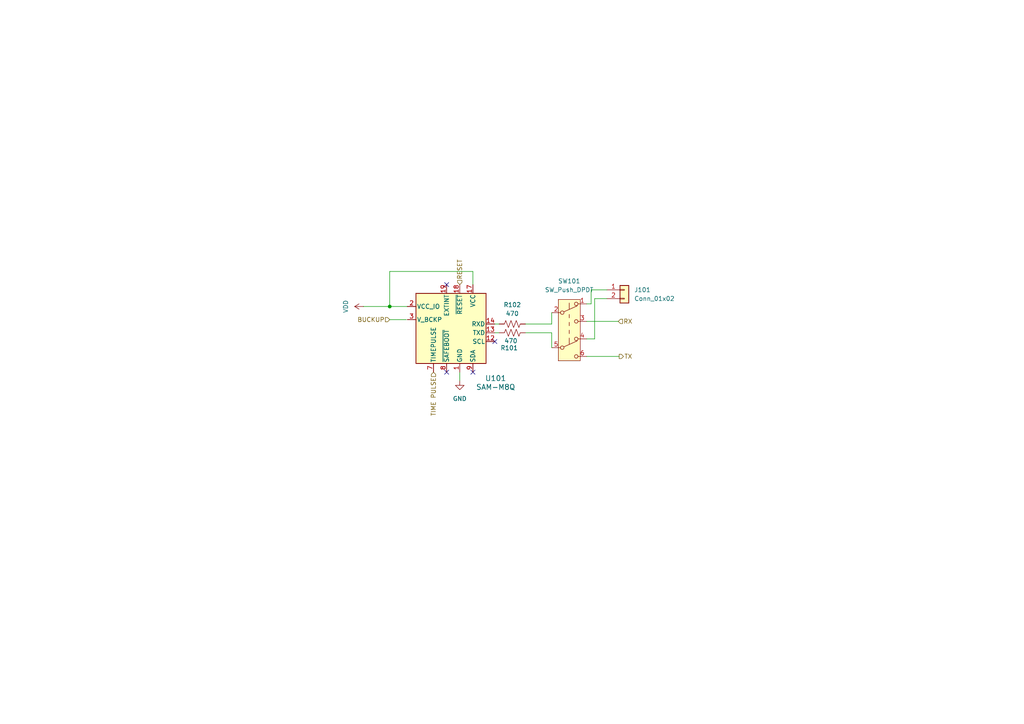
<source format=kicad_sch>
(kicad_sch (version 20250114) (generator "eeschema") (generator_version "9.0")
  (paper "A4")
  (lib_symbols
    (symbol "Connector_Generic:Conn_01x02" (pin_names (offset 1.016) (hide yes))
      (property "Reference" "J" (at 0 2.54 0))
      (property "Value" "Conn_01x02" (at 0 -5.08 0))
      (symbol "Conn_01x02_1_1"
        (rectangle (start -1.27 1.27) (end 1.27 -3.81) (stroke (width 0.254)) (fill (type background)))
        (rectangle (start -1.27 0.127) (end 0 -0.127) (stroke (width 0.1524)))
        (rectangle (start -1.27 -2.413) (end 0 -2.667) (stroke (width 0.1524)))
        (pin passive line (at -5.08 0 0) (length 3.81) (name "Pin_1") (number "1"))
        (pin passive line (at -5.08 -2.54 0) (length 3.81) (name "Pin_2") (number "2"))
      )
    )
    (symbol "Device:R_US" (pin_numbers (hide yes)) (pin_names (offset 0))
      (property "Reference" "R" (at 2.54 0 90))
      (property "Value" "R_US" (at -2.54 0 90))
      (symbol "R_US_0_1"
        (polyline (pts (xy 0 2.286) (xy 0 2.54)))
        (polyline (pts (xy 0 2.286) (xy 1.016 1.905) (xy 0 1.524) (xy -1.016 1.143) (xy 0 0.762)))
        (polyline (pts (xy 0 0.762) (xy 1.016 0.381) (xy 0 0) (xy -1.016 -0.381) (xy 0 -0.762)))
        (polyline (pts (xy 0 -0.762) (xy 1.016 -1.143) (xy 0 -1.524) (xy -1.016 -1.905) (xy 0 -2.286)))
        (polyline (pts (xy 0 -2.286) (xy 0 -2.54)))
      )
      (symbol "R_US_1_1"
        (pin passive line (at 0 3.81 270) (length 1.27) (name "~") (number "1"))
        (pin passive line (at 0 -3.81 90) (length 1.27) (name "~") (number "2"))
      )
    )
    (symbol "Switch:SW_Push_DPDT" (pin_names (offset 0) (hide yes))
      (property "Reference" "SW" (at 0 10.16 0))
      (property "Value" "SW_Push_DPDT" (at 0 -10.16 0))
      (symbol "SW_Push_DPDT_0_0"
        (circle (center -2.032 5.08) (radius 0.508))
        (circle (center -2.032 -5.08) (radius 0.508))
        (circle (center 2.032 2.54) (radius 0.508))
        (circle (center 2.032 -7.62) (radius 0.508))
      )
      (symbol "SW_Push_DPDT_0_1"
        (polyline (pts (xy -1.524 5.334) (xy 2.3368 7.0612)))
        (polyline (pts (xy -1.524 -4.826) (xy 2.3368 -3.0988)))
        (polyline (pts (xy 0 7.874) (xy 0 6.096)))
        (polyline (pts (xy 0 3.556) (xy 0 4.572)))
        (polyline (pts (xy 0 1.27) (xy 0 2.286)))
        (polyline (pts (xy 0 -1.016) (xy 0 0)))
        (polyline (pts (xy 0 -2.286) (xy 0 -4.064)))
        (circle (center 2.032 7.62) (radius 0.508))
        (circle (center 2.032 -2.54) (radius 0.508))
      )
      (symbol "SW_Push_DPDT_1_1"
        (rectangle (start -3.175 8.89) (end 3.175 -8.89) (fill (type background)))
        (pin passive line (at -5.08 5.08 0) (length 2.54) (name "B") (number "2"))
        (pin passive line (at -5.08 -5.08 0) (length 2.54) (name "B") (number "5"))
        (pin passive line (at 5.08 7.62 180) (length 2.54) (name "A") (number "1"))
        (pin passive line (at 5.08 2.54 180) (length 2.54) (name "C") (number "3"))
        (pin passive line (at 5.08 -2.54 180) (length 2.54) (name "A") (number "4"))
        (pin passive line (at 5.08 -7.62 180) (length 2.54) (name "C") (number "6"))
      )
    )
    (symbol "WOBCLibrary:SAM-M8Q" (pin_names (offset 0.254))
      (symbol "SAM-M8Q_0_1"
        (rectangle (start 10.16 -7.62) (end 30.48 -27.94) (stroke (width 0.254)) (fill (type background)))
      )
      (symbol "SAM-M8Q_1_1"
        (pin power_in line (at 7.62 -11.43 0) (length 2.54) (name "VCC_IO") (number "2"))
        (pin power_in line (at 7.62 -15.24 0) (length 2.54) (name "V_BCKP") (number "3"))
        (pin output line (at 15.24 -30.48 90) (length 2.54) (name "TIMEPULSE") (number "7"))
        (pin input line (at 19.05 -5.08 270) (length 2.54) (name "EXTINT") (number "19"))
        (pin input line (at 19.05 -30.48 90) (length 2.54) (name "~{SAFEBOOT}") (number "8"))
        (pin input line (at 22.86 -5.08 270) (length 2.54) (name "~{RESET}") (number "18"))
        (pin power_in line (at 22.86 -30.48 90) (length 2.54) (name "GND") (number "1"))
        (pin passive line (at 22.86 -30.48 90) (length 2.54) (hide yes) (name "GND") (number "10"))
        (pin passive line (at 22.86 -30.48 90) (length 2.54) (hide yes) (name "GND") (number "11"))
        (pin passive line (at 22.86 -30.48 90) (length 2.54) (hide yes) (name "GND") (number "15"))
        (pin passive line (at 22.86 -30.48 90) (length 2.54) (hide yes) (name "GND") (number "16"))
        (pin passive line (at 22.86 -30.48 90) (length 2.54) (hide yes) (name "GND") (number "20"))
        (pin passive line (at 22.86 -30.48 90) (length 2.54) (hide yes) (name "GND") (number "4"))
        (pin passive line (at 22.86 -30.48 90) (length 2.54) (hide yes) (name "GND") (number "5"))
        (pin passive line (at 22.86 -30.48 90) (length 2.54) (hide yes) (name "GND") (number "6"))
        (pin power_in line (at 26.67 -5.08 270) (length 2.54) (name "VCC") (number "17"))
        (pin bidirectional line (at 26.67 -30.48 90) (length 2.54) (name "SDA") (number "9"))
        (pin input line (at 33.02 -16.51 180) (length 2.54) (name "RXD") (number "14"))
        (pin output line (at 33.02 -19.05 180) (length 2.54) (name "TXD") (number "13"))
        (pin input line (at 33.02 -21.59 180) (length 2.54) (name "SCL") (number "12"))
      )
    )
    (symbol "power:GND" (power) (pin_numbers (hide yes)) (pin_names (offset 0) (hide yes))
      (property "Value" "GND" (at 0 -3.81 0))
      (symbol "GND_0_1"
        (polyline (pts (xy 0 0) (xy 0 -1.27) (xy 1.27 -1.27) (xy 0 -2.54) (xy -1.27 -1.27) (xy 0 -1.27)))
      )
      (symbol "GND_1_1"
        (pin power_in line (at 0 0 270) (length 0) (name "~") (number "1"))
      )
    )
    (symbol "power:VDD" (power) (pin_numbers (hide yes)) (pin_names (offset 0) (hide yes))
      (property "Value" "VDD" (at 0 3.556 0))
      (symbol "VDD_0_1"
        (polyline (pts (xy -0.762 1.27) (xy 0 2.54)))
        (polyline (pts (xy 0 2.54) (xy 0.762 1.27)))
        (polyline (pts (xy 0 0) (xy 0 2.54)))
      )
      (symbol "VDD_1_1"
        (pin power_in line (at 0 0 90) (length 0) (name "~") (number "1"))
      )
    )
  )
  (junction (at 113.03 88.9))
  (no_connect (at 137.16 107.95))
  (no_connect (at 129.54 107.95))
  (no_connect (at 143.51 99.06))
  (no_connect (at 129.54 82.55))
  (wire (pts (xy 137.16 82.55) (xy 137.16 78.74)))
  (wire (pts (xy 143.51 96.52) (xy 144.78 96.52)))
  (wire (pts (xy 160.02 93.98) (xy 160.02 90.678)))
  (wire (pts (xy 152.4 93.98) (xy 160.02 93.98)))
  (wire (pts (xy 143.51 93.98) (xy 144.78 93.98)))
  (wire (pts (xy 113.03 78.74) (xy 113.03 88.9)))
  (wire (pts (xy 170.18 93.218) (xy 179.324 93.218)))
  (wire (pts (xy 171.45 88.138) (xy 171.45 84.074)))
  (wire (pts (xy 171.45 84.074) (xy 176.022 84.074)))
  (wire (pts (xy 137.16 78.74) (xy 113.03 78.74)))
  (wire (pts (xy 170.18 88.138) (xy 171.45 88.138)))
  (wire (pts (xy 105.41 88.9) (xy 113.03 88.9)))
  (wire (pts (xy 113.03 88.9) (xy 118.11 88.9)))
  (wire (pts (xy 117.8638 92.71) (xy 113.03 92.71)))
  (wire (pts (xy 133.35 107.95) (xy 133.35 110.49)))
  (wire (pts (xy 172.466 98.298) (xy 170.18 98.298)))
  (wire (pts (xy 176.022 86.614) (xy 172.466 86.614)))
  (wire (pts (xy 152.4 96.52) (xy 160.02 96.52)))
  (wire (pts (xy 172.466 86.614) (xy 172.466 98.298)))
  (wire (pts (xy 160.02 100.838) (xy 160.02 96.52)))
  (wire (pts (xy 170.18 103.378) (xy 179.578 103.378)))
  (hierarchical_label "TIME PULSE" (shape input) (at 125.73 107.95 270))
  (hierarchical_label "RESET" (shape input) (at 133.35 82.55 90))
  (hierarchical_label "RX" (shape input) (at 179.324 93.218 0))
  (hierarchical_label "BUCKUP" (shape input) (at 113.03 92.71 180))
  (hierarchical_label "TX" (shape output) (at 179.578 103.378 0))
  (symbol (lib_id "power:VDD") (at 105.41 88.9 90) (unit 1)
    (property "Reference" "#PWR0101" (effects (hide yes)))
    (property "Value" "VDD" (at 100.2752 88.9 0))
    (property "Description" "Power symbol creates a global label with name \"VDD\"" (effects (hide yes)))
  )
  (symbol (lib_id "Device:R_US") (at 148.59 93.98 90) (unit 1)
    (property "Reference" "R102" (at 148.59 88.4131 90))
    (property "Value" "470" (at 148.59 90.9531 90))
    (property "Footprint" "Resistor_SMD:R_0402_1005Metric" (effects (hide yes)))
    (property "Description" "Resistor, US symbol" (effects (hide yes)))
  )
  (symbol (lib_id "Connector_Generic:Conn_01x02") (at 181.102 84.074 0) (unit 1)
    (property "Reference" "J101" (at 183.9289 84.0739 0) (effects (justify left)))
    (property "Value" "Conn_01x02" (at 183.9289 86.6139 0) (effects (justify left)))
    (property "Footprint" "Connector_PinHeader_2.54mm:PinHeader_1x02_P2.54mm_Vertical" (effects (hide yes)))
    (property "Description" "Generic connector, single row, 01x02, script generated (kicad-library-utils/schlib/autogen/connector/)" (effects (hide yes)))
  )
  (symbol (lib_id "power:GND") (at 133.35 110.49 0) (unit 1)
    (property "Reference" "#PWR0102" (effects (hide yes)))
    (property "Value" "GND" (at 133.35 115.6436 0))
    (property "Description" "Power symbol creates a global label with name \"GND\" , ground" (effects (hide yes)))
  )
  (symbol (lib_id "Device:R_US") (at 148.59 96.52 90) (unit 1)
    (property "Reference" "R101" (at 147.6886 100.9141 90))
    (property "Value" "470" (at 148.1898 98.8736 90))
    (property "Footprint" "Resistor_SMD:R_0402_1005Metric" (effects (hide yes)))
    (property "Description" "Resistor, US symbol" (effects (hide yes)))
  )
  (symbol (lib_id "Switch:SW_Push_DPDT") (at 165.1 95.758 0) (unit 1)
    (property "Reference" "SW101" (at 165.1 81.534 0))
    (property "Value" "SW_Push_DPDT" (at 165.1 84.074 0))
    (property "Footprint" "WOBCLibrary:IS-2245S-G" (effects (hide yes)))
    (property "Description" "Momentary Switch, dual pole double throw" (effects (hide yes)))
  )
  (symbol (lib_id "WOBCLibrary:SAM-M8Q") (at 110.49 77.47 0) (unit 1)
    (property "Reference" "U101" (at 143.764 109.728 0) (effects (font (size 1.524 1.524))))
    (property "Value" "SAM-M8Q" (at 143.764 112.268 0) (effects (font (size 1.524 1.524))))
    (property "Footprint" "RF_GPS:ublox_SAM-M8Q" (effects (hide yes)))
    (property "Datasheet" "SAM-M8Q" (effects (hide yes)))
  )
)
</source>
